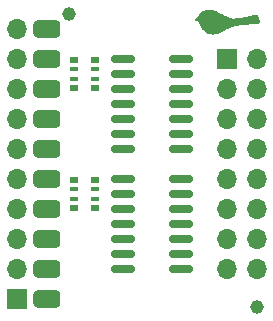
<source format=gbr>
%TF.GenerationSoftware,KiCad,Pcbnew,(6.0.9)*%
%TF.CreationDate,2022-12-02T16:15:21-08:00*%
%TF.ProjectId,Byte4066,42797465-3430-4363-962e-6b696361645f,rev?*%
%TF.SameCoordinates,Original*%
%TF.FileFunction,Soldermask,Top*%
%TF.FilePolarity,Negative*%
%FSLAX46Y46*%
G04 Gerber Fmt 4.6, Leading zero omitted, Abs format (unit mm)*
G04 Created by KiCad (PCBNEW (6.0.9)) date 2022-12-02 16:15:21*
%MOMM*%
%LPD*%
G01*
G04 APERTURE LIST*
G04 Aperture macros list*
%AMRoundRect*
0 Rectangle with rounded corners*
0 $1 Rounding radius*
0 $2 $3 $4 $5 $6 $7 $8 $9 X,Y pos of 4 corners*
0 Add a 4 corners polygon primitive as box body*
4,1,4,$2,$3,$4,$5,$6,$7,$8,$9,$2,$3,0*
0 Add four circle primitives for the rounded corners*
1,1,$1+$1,$2,$3*
1,1,$1+$1,$4,$5*
1,1,$1+$1,$6,$7*
1,1,$1+$1,$8,$9*
0 Add four rect primitives between the rounded corners*
20,1,$1+$1,$2,$3,$4,$5,0*
20,1,$1+$1,$4,$5,$6,$7,0*
20,1,$1+$1,$6,$7,$8,$9,0*
20,1,$1+$1,$8,$9,$2,$3,0*%
G04 Aperture macros list end*
%ADD10C,0.010000*%
%ADD11C,1.152000*%
%ADD12RoundRect,0.381000X0.762000X0.381000X-0.762000X0.381000X-0.762000X-0.381000X0.762000X-0.381000X0*%
%ADD13R,1.700000X1.700000*%
%ADD14O,1.700000X1.700000*%
%ADD15R,0.800000X0.500000*%
%ADD16R,0.800000X0.400000*%
%ADD17RoundRect,0.150000X-0.825000X-0.150000X0.825000X-0.150000X0.825000X0.150000X-0.825000X0.150000X0*%
G04 APERTURE END LIST*
%TO.C,G\u002A\u002A\u002A*%
G36*
X150919564Y-87252271D02*
G01*
X150945508Y-87253488D01*
X150970124Y-87255595D01*
X150994568Y-87258681D01*
X151019999Y-87262837D01*
X151037168Y-87266069D01*
X151062517Y-87271313D01*
X151086699Y-87276924D01*
X151110431Y-87283132D01*
X151134429Y-87290164D01*
X151159412Y-87298250D01*
X151186095Y-87307618D01*
X151215196Y-87318498D01*
X151247433Y-87331118D01*
X151271820Y-87340936D01*
X151304200Y-87354238D01*
X151337073Y-87368047D01*
X151370715Y-87382494D01*
X151405404Y-87397708D01*
X151441417Y-87413820D01*
X151479031Y-87430959D01*
X151518524Y-87449255D01*
X151560172Y-87468839D01*
X151604253Y-87489840D01*
X151651044Y-87512389D01*
X151700822Y-87536615D01*
X151753864Y-87562648D01*
X151810448Y-87590619D01*
X151870850Y-87620657D01*
X151910459Y-87640436D01*
X151966490Y-87668404D01*
X152018559Y-87694279D01*
X152066988Y-87718209D01*
X152112102Y-87740343D01*
X152154224Y-87760830D01*
X152193679Y-87779819D01*
X152230790Y-87797457D01*
X152265881Y-87813895D01*
X152299276Y-87829280D01*
X152331299Y-87843762D01*
X152362273Y-87857489D01*
X152392524Y-87870610D01*
X152422374Y-87883274D01*
X152452148Y-87895629D01*
X152482169Y-87907825D01*
X152512761Y-87920009D01*
X152544249Y-87932331D01*
X152556029Y-87936892D01*
X152572479Y-87943261D01*
X152587757Y-87949205D01*
X152601184Y-87954460D01*
X152612085Y-87958759D01*
X152619780Y-87961837D01*
X152623479Y-87963374D01*
X152630453Y-87966501D01*
X152612374Y-87988146D01*
X152583873Y-88019827D01*
X152551092Y-88051893D01*
X152514528Y-88083967D01*
X152474680Y-88115672D01*
X152432044Y-88146630D01*
X152387117Y-88176464D01*
X152340398Y-88204796D01*
X152292384Y-88231249D01*
X152291143Y-88231898D01*
X152228462Y-88262677D01*
X152161875Y-88291709D01*
X152092059Y-88318797D01*
X152019691Y-88343741D01*
X151945448Y-88366345D01*
X151870008Y-88386410D01*
X151794046Y-88403739D01*
X151718242Y-88418134D01*
X151643271Y-88429396D01*
X151596876Y-88434783D01*
X151583122Y-88435864D01*
X151565842Y-88436713D01*
X151545936Y-88437329D01*
X151524304Y-88437713D01*
X151501847Y-88437865D01*
X151479465Y-88437784D01*
X151458058Y-88437470D01*
X151438527Y-88436924D01*
X151421772Y-88436145D01*
X151408693Y-88435133D01*
X151405771Y-88434803D01*
X151357644Y-88427101D01*
X151313278Y-88416442D01*
X151272693Y-88402833D01*
X151235913Y-88386281D01*
X151202956Y-88366793D01*
X151190357Y-88357808D01*
X151162485Y-88334111D01*
X151138707Y-88307997D01*
X151118783Y-88279136D01*
X151102472Y-88247199D01*
X151094275Y-88226296D01*
X151087956Y-88206987D01*
X151083438Y-88189431D01*
X151080478Y-88172095D01*
X151078830Y-88153448D01*
X151078252Y-88131961D01*
X151078248Y-88125593D01*
X151078385Y-88086576D01*
X151062590Y-88084957D01*
X151046795Y-88083339D01*
X151029736Y-88094946D01*
X151012676Y-88106553D01*
X151011971Y-88129534D01*
X151013042Y-88161744D01*
X151017967Y-88195431D01*
X151026445Y-88229588D01*
X151038179Y-88263208D01*
X151052870Y-88295285D01*
X151069657Y-88323962D01*
X151094193Y-88356774D01*
X151122306Y-88386339D01*
X151153984Y-88412649D01*
X151189212Y-88435697D01*
X151227975Y-88455476D01*
X151270260Y-88471978D01*
X151316051Y-88485197D01*
X151365335Y-88495126D01*
X151418098Y-88501756D01*
X151424165Y-88502288D01*
X151443351Y-88503440D01*
X151466266Y-88504063D01*
X151491833Y-88504181D01*
X151518974Y-88503821D01*
X151546613Y-88503010D01*
X151573672Y-88501773D01*
X151599074Y-88500135D01*
X151621742Y-88498124D01*
X151628696Y-88497353D01*
X151705758Y-88486672D01*
X151783900Y-88472752D01*
X151862359Y-88455807D01*
X151940372Y-88436049D01*
X152017179Y-88413691D01*
X152092018Y-88388945D01*
X152164126Y-88362024D01*
X152232742Y-88333141D01*
X152257519Y-88321800D01*
X152317409Y-88292174D01*
X152374890Y-88260605D01*
X152429644Y-88227323D01*
X152481355Y-88192560D01*
X152529708Y-88156548D01*
X152574385Y-88119519D01*
X152615071Y-88081703D01*
X152651449Y-88043332D01*
X152673167Y-88017539D01*
X152683329Y-88005158D01*
X152690981Y-87996607D01*
X152696308Y-87991697D01*
X152699493Y-87990240D01*
X152699730Y-87990285D01*
X152709725Y-87992780D01*
X152723746Y-87995610D01*
X152741003Y-87998661D01*
X152760705Y-88001818D01*
X152782062Y-88004969D01*
X152804283Y-88007997D01*
X152826576Y-88010789D01*
X152848152Y-88013231D01*
X152868220Y-88015208D01*
X152877762Y-88016012D01*
X152898511Y-88017203D01*
X152921492Y-88017670D01*
X152947009Y-88017395D01*
X152975366Y-88016358D01*
X153006869Y-88014543D01*
X153041823Y-88011929D01*
X153080531Y-88008500D01*
X153123300Y-88004236D01*
X153170433Y-87999119D01*
X153184981Y-87997471D01*
X153252135Y-87989370D01*
X153323732Y-87979916D01*
X153399583Y-87969144D01*
X153479497Y-87957088D01*
X153563283Y-87943784D01*
X153650750Y-87929265D01*
X153741708Y-87913566D01*
X153835966Y-87896722D01*
X153933333Y-87878769D01*
X154033619Y-87859740D01*
X154136632Y-87839670D01*
X154242183Y-87818594D01*
X154350080Y-87796547D01*
X154460133Y-87773564D01*
X154572152Y-87749679D01*
X154685945Y-87724926D01*
X154705352Y-87720657D01*
X154726975Y-87715927D01*
X154747593Y-87711482D01*
X154766624Y-87707445D01*
X154783484Y-87703935D01*
X154797589Y-87701074D01*
X154808356Y-87698982D01*
X154815202Y-87697780D01*
X154816629Y-87697585D01*
X154835403Y-87697642D01*
X154855267Y-87701479D01*
X154874974Y-87708639D01*
X154893279Y-87718666D01*
X154908935Y-87731103D01*
X154909424Y-87731581D01*
X154916801Y-87740057D01*
X154925869Y-87752486D01*
X154936370Y-87768394D01*
X154948044Y-87787306D01*
X154960631Y-87808748D01*
X154973871Y-87832247D01*
X154987504Y-87857328D01*
X155001272Y-87883518D01*
X155014913Y-87910341D01*
X155028169Y-87937324D01*
X155040780Y-87963993D01*
X155052485Y-87989874D01*
X155058472Y-88003666D01*
X155077315Y-88050939D01*
X155092317Y-88095460D01*
X155103473Y-88137204D01*
X155110779Y-88176151D01*
X155114234Y-88212277D01*
X155113833Y-88245560D01*
X155109574Y-88275977D01*
X155101922Y-88302272D01*
X155095352Y-88316166D01*
X155086051Y-88331192D01*
X155075218Y-88345659D01*
X155064050Y-88357874D01*
X155059947Y-88361590D01*
X155049394Y-88369757D01*
X155037999Y-88376968D01*
X155025387Y-88383298D01*
X155011185Y-88388822D01*
X154995021Y-88393616D01*
X154976521Y-88397756D01*
X154955313Y-88401316D01*
X154931022Y-88404373D01*
X154903277Y-88407002D01*
X154871703Y-88409278D01*
X154835928Y-88411277D01*
X154808162Y-88412554D01*
X154794605Y-88413088D01*
X154776894Y-88413715D01*
X154755714Y-88414415D01*
X154731747Y-88415168D01*
X154705677Y-88415951D01*
X154678188Y-88416745D01*
X154649962Y-88417528D01*
X154621684Y-88418281D01*
X154607381Y-88418648D01*
X154534719Y-88420565D01*
X154466484Y-88422528D01*
X154402266Y-88424558D01*
X154341652Y-88426674D01*
X154284233Y-88428897D01*
X154229597Y-88431247D01*
X154177333Y-88433745D01*
X154127031Y-88436410D01*
X154078279Y-88439262D01*
X154030667Y-88442322D01*
X153983783Y-88445611D01*
X153937217Y-88449147D01*
X153890557Y-88452952D01*
X153865943Y-88455059D01*
X153761434Y-88464875D01*
X153660971Y-88475858D01*
X153563873Y-88488149D01*
X153469460Y-88501888D01*
X153377053Y-88517215D01*
X153285972Y-88534270D01*
X153195536Y-88553195D01*
X153105066Y-88574128D01*
X153013882Y-88597210D01*
X152921303Y-88622582D01*
X152826651Y-88650384D01*
X152729245Y-88680757D01*
X152655210Y-88704897D01*
X152616363Y-88717856D01*
X152580412Y-88730038D01*
X152546965Y-88741626D01*
X152515630Y-88752802D01*
X152486014Y-88763748D01*
X152457726Y-88774647D01*
X152430374Y-88785682D01*
X152403565Y-88797035D01*
X152376908Y-88808888D01*
X152350011Y-88821425D01*
X152322481Y-88834827D01*
X152293927Y-88849277D01*
X152263956Y-88864959D01*
X152232176Y-88882053D01*
X152198196Y-88900743D01*
X152161624Y-88921212D01*
X152122066Y-88943641D01*
X152079132Y-88968213D01*
X152034724Y-88993788D01*
X152000306Y-89013624D01*
X151969607Y-89031252D01*
X151942175Y-89046919D01*
X151917562Y-89060873D01*
X151895318Y-89073363D01*
X151874993Y-89084636D01*
X151856136Y-89094941D01*
X151838299Y-89104525D01*
X151821031Y-89113636D01*
X151803882Y-89122523D01*
X151786404Y-89131433D01*
X151771048Y-89139162D01*
X151726259Y-89161051D01*
X151684576Y-89180225D01*
X151645282Y-89196930D01*
X151607658Y-89211415D01*
X151570986Y-89223927D01*
X151534550Y-89234716D01*
X151497629Y-89244028D01*
X151459508Y-89252111D01*
X151426955Y-89257979D01*
X151386308Y-89264412D01*
X151348878Y-89269468D01*
X151313278Y-89273258D01*
X151278120Y-89275896D01*
X151242020Y-89277492D01*
X151203589Y-89278158D01*
X151177171Y-89278149D01*
X151158939Y-89278012D01*
X151141766Y-89277835D01*
X151126402Y-89277630D01*
X151113598Y-89277407D01*
X151104102Y-89277178D01*
X151098667Y-89276955D01*
X151098552Y-89276947D01*
X151036121Y-89270765D01*
X150974537Y-89261409D01*
X150914390Y-89249029D01*
X150856264Y-89233776D01*
X150800747Y-89215800D01*
X150748426Y-89195253D01*
X150708886Y-89176875D01*
X150650028Y-89144716D01*
X150592684Y-89108002D01*
X150536906Y-89066788D01*
X150482747Y-89021130D01*
X150430259Y-88971086D01*
X150379494Y-88916710D01*
X150330504Y-88858060D01*
X150283342Y-88795192D01*
X150238060Y-88728161D01*
X150194710Y-88657024D01*
X150153344Y-88581837D01*
X150150377Y-88576140D01*
X150125001Y-88524703D01*
X150101334Y-88471393D01*
X150079132Y-88415569D01*
X150058147Y-88356594D01*
X150038134Y-88293827D01*
X150026818Y-88255234D01*
X150021630Y-88237002D01*
X149853124Y-88169030D01*
X149826054Y-88158076D01*
X149800329Y-88147600D01*
X149776297Y-88137746D01*
X149754304Y-88128662D01*
X149734699Y-88120491D01*
X149717827Y-88113380D01*
X149704038Y-88107474D01*
X149693676Y-88102918D01*
X149687091Y-88099859D01*
X149684628Y-88098441D01*
X149684619Y-88098409D01*
X149686385Y-88096437D01*
X149691507Y-88091490D01*
X149699724Y-88083808D01*
X149710775Y-88073629D01*
X149724396Y-88061189D01*
X149740327Y-88046728D01*
X149758305Y-88030482D01*
X149778069Y-88012690D01*
X149799357Y-87993590D01*
X149821906Y-87973419D01*
X149839438Y-87957777D01*
X149994257Y-87819794D01*
X150004116Y-87792558D01*
X150023546Y-87744507D01*
X150046344Y-87698631D01*
X150072790Y-87654513D01*
X150103162Y-87611736D01*
X150137739Y-87569883D01*
X150176801Y-87528536D01*
X150188039Y-87517515D01*
X150234198Y-87476250D01*
X150283975Y-87438069D01*
X150337189Y-87403064D01*
X150393659Y-87371324D01*
X150453203Y-87342941D01*
X150515639Y-87318004D01*
X150580785Y-87296605D01*
X150648460Y-87278835D01*
X150680057Y-87271972D01*
X150710501Y-87266050D01*
X150737739Y-87261407D01*
X150763186Y-87257888D01*
X150788256Y-87255335D01*
X150814364Y-87253592D01*
X150842925Y-87252501D01*
X150859067Y-87252143D01*
X150891136Y-87251853D01*
X150919564Y-87252271D01*
G37*
D10*
X150919564Y-87252271D02*
X150945508Y-87253488D01*
X150970124Y-87255595D01*
X150994568Y-87258681D01*
X151019999Y-87262837D01*
X151037168Y-87266069D01*
X151062517Y-87271313D01*
X151086699Y-87276924D01*
X151110431Y-87283132D01*
X151134429Y-87290164D01*
X151159412Y-87298250D01*
X151186095Y-87307618D01*
X151215196Y-87318498D01*
X151247433Y-87331118D01*
X151271820Y-87340936D01*
X151304200Y-87354238D01*
X151337073Y-87368047D01*
X151370715Y-87382494D01*
X151405404Y-87397708D01*
X151441417Y-87413820D01*
X151479031Y-87430959D01*
X151518524Y-87449255D01*
X151560172Y-87468839D01*
X151604253Y-87489840D01*
X151651044Y-87512389D01*
X151700822Y-87536615D01*
X151753864Y-87562648D01*
X151810448Y-87590619D01*
X151870850Y-87620657D01*
X151910459Y-87640436D01*
X151966490Y-87668404D01*
X152018559Y-87694279D01*
X152066988Y-87718209D01*
X152112102Y-87740343D01*
X152154224Y-87760830D01*
X152193679Y-87779819D01*
X152230790Y-87797457D01*
X152265881Y-87813895D01*
X152299276Y-87829280D01*
X152331299Y-87843762D01*
X152362273Y-87857489D01*
X152392524Y-87870610D01*
X152422374Y-87883274D01*
X152452148Y-87895629D01*
X152482169Y-87907825D01*
X152512761Y-87920009D01*
X152544249Y-87932331D01*
X152556029Y-87936892D01*
X152572479Y-87943261D01*
X152587757Y-87949205D01*
X152601184Y-87954460D01*
X152612085Y-87958759D01*
X152619780Y-87961837D01*
X152623479Y-87963374D01*
X152630453Y-87966501D01*
X152612374Y-87988146D01*
X152583873Y-88019827D01*
X152551092Y-88051893D01*
X152514528Y-88083967D01*
X152474680Y-88115672D01*
X152432044Y-88146630D01*
X152387117Y-88176464D01*
X152340398Y-88204796D01*
X152292384Y-88231249D01*
X152291143Y-88231898D01*
X152228462Y-88262677D01*
X152161875Y-88291709D01*
X152092059Y-88318797D01*
X152019691Y-88343741D01*
X151945448Y-88366345D01*
X151870008Y-88386410D01*
X151794046Y-88403739D01*
X151718242Y-88418134D01*
X151643271Y-88429396D01*
X151596876Y-88434783D01*
X151583122Y-88435864D01*
X151565842Y-88436713D01*
X151545936Y-88437329D01*
X151524304Y-88437713D01*
X151501847Y-88437865D01*
X151479465Y-88437784D01*
X151458058Y-88437470D01*
X151438527Y-88436924D01*
X151421772Y-88436145D01*
X151408693Y-88435133D01*
X151405771Y-88434803D01*
X151357644Y-88427101D01*
X151313278Y-88416442D01*
X151272693Y-88402833D01*
X151235913Y-88386281D01*
X151202956Y-88366793D01*
X151190357Y-88357808D01*
X151162485Y-88334111D01*
X151138707Y-88307997D01*
X151118783Y-88279136D01*
X151102472Y-88247199D01*
X151094275Y-88226296D01*
X151087956Y-88206987D01*
X151083438Y-88189431D01*
X151080478Y-88172095D01*
X151078830Y-88153448D01*
X151078252Y-88131961D01*
X151078248Y-88125593D01*
X151078385Y-88086576D01*
X151062590Y-88084957D01*
X151046795Y-88083339D01*
X151029736Y-88094946D01*
X151012676Y-88106553D01*
X151011971Y-88129534D01*
X151013042Y-88161744D01*
X151017967Y-88195431D01*
X151026445Y-88229588D01*
X151038179Y-88263208D01*
X151052870Y-88295285D01*
X151069657Y-88323962D01*
X151094193Y-88356774D01*
X151122306Y-88386339D01*
X151153984Y-88412649D01*
X151189212Y-88435697D01*
X151227975Y-88455476D01*
X151270260Y-88471978D01*
X151316051Y-88485197D01*
X151365335Y-88495126D01*
X151418098Y-88501756D01*
X151424165Y-88502288D01*
X151443351Y-88503440D01*
X151466266Y-88504063D01*
X151491833Y-88504181D01*
X151518974Y-88503821D01*
X151546613Y-88503010D01*
X151573672Y-88501773D01*
X151599074Y-88500135D01*
X151621742Y-88498124D01*
X151628696Y-88497353D01*
X151705758Y-88486672D01*
X151783900Y-88472752D01*
X151862359Y-88455807D01*
X151940372Y-88436049D01*
X152017179Y-88413691D01*
X152092018Y-88388945D01*
X152164126Y-88362024D01*
X152232742Y-88333141D01*
X152257519Y-88321800D01*
X152317409Y-88292174D01*
X152374890Y-88260605D01*
X152429644Y-88227323D01*
X152481355Y-88192560D01*
X152529708Y-88156548D01*
X152574385Y-88119519D01*
X152615071Y-88081703D01*
X152651449Y-88043332D01*
X152673167Y-88017539D01*
X152683329Y-88005158D01*
X152690981Y-87996607D01*
X152696308Y-87991697D01*
X152699493Y-87990240D01*
X152699730Y-87990285D01*
X152709725Y-87992780D01*
X152723746Y-87995610D01*
X152741003Y-87998661D01*
X152760705Y-88001818D01*
X152782062Y-88004969D01*
X152804283Y-88007997D01*
X152826576Y-88010789D01*
X152848152Y-88013231D01*
X152868220Y-88015208D01*
X152877762Y-88016012D01*
X152898511Y-88017203D01*
X152921492Y-88017670D01*
X152947009Y-88017395D01*
X152975366Y-88016358D01*
X153006869Y-88014543D01*
X153041823Y-88011929D01*
X153080531Y-88008500D01*
X153123300Y-88004236D01*
X153170433Y-87999119D01*
X153184981Y-87997471D01*
X153252135Y-87989370D01*
X153323732Y-87979916D01*
X153399583Y-87969144D01*
X153479497Y-87957088D01*
X153563283Y-87943784D01*
X153650750Y-87929265D01*
X153741708Y-87913566D01*
X153835966Y-87896722D01*
X153933333Y-87878769D01*
X154033619Y-87859740D01*
X154136632Y-87839670D01*
X154242183Y-87818594D01*
X154350080Y-87796547D01*
X154460133Y-87773564D01*
X154572152Y-87749679D01*
X154685945Y-87724926D01*
X154705352Y-87720657D01*
X154726975Y-87715927D01*
X154747593Y-87711482D01*
X154766624Y-87707445D01*
X154783484Y-87703935D01*
X154797589Y-87701074D01*
X154808356Y-87698982D01*
X154815202Y-87697780D01*
X154816629Y-87697585D01*
X154835403Y-87697642D01*
X154855267Y-87701479D01*
X154874974Y-87708639D01*
X154893279Y-87718666D01*
X154908935Y-87731103D01*
X154909424Y-87731581D01*
X154916801Y-87740057D01*
X154925869Y-87752486D01*
X154936370Y-87768394D01*
X154948044Y-87787306D01*
X154960631Y-87808748D01*
X154973871Y-87832247D01*
X154987504Y-87857328D01*
X155001272Y-87883518D01*
X155014913Y-87910341D01*
X155028169Y-87937324D01*
X155040780Y-87963993D01*
X155052485Y-87989874D01*
X155058472Y-88003666D01*
X155077315Y-88050939D01*
X155092317Y-88095460D01*
X155103473Y-88137204D01*
X155110779Y-88176151D01*
X155114234Y-88212277D01*
X155113833Y-88245560D01*
X155109574Y-88275977D01*
X155101922Y-88302272D01*
X155095352Y-88316166D01*
X155086051Y-88331192D01*
X155075218Y-88345659D01*
X155064050Y-88357874D01*
X155059947Y-88361590D01*
X155049394Y-88369757D01*
X155037999Y-88376968D01*
X155025387Y-88383298D01*
X155011185Y-88388822D01*
X154995021Y-88393616D01*
X154976521Y-88397756D01*
X154955313Y-88401316D01*
X154931022Y-88404373D01*
X154903277Y-88407002D01*
X154871703Y-88409278D01*
X154835928Y-88411277D01*
X154808162Y-88412554D01*
X154794605Y-88413088D01*
X154776894Y-88413715D01*
X154755714Y-88414415D01*
X154731747Y-88415168D01*
X154705677Y-88415951D01*
X154678188Y-88416745D01*
X154649962Y-88417528D01*
X154621684Y-88418281D01*
X154607381Y-88418648D01*
X154534719Y-88420565D01*
X154466484Y-88422528D01*
X154402266Y-88424558D01*
X154341652Y-88426674D01*
X154284233Y-88428897D01*
X154229597Y-88431247D01*
X154177333Y-88433745D01*
X154127031Y-88436410D01*
X154078279Y-88439262D01*
X154030667Y-88442322D01*
X153983783Y-88445611D01*
X153937217Y-88449147D01*
X153890557Y-88452952D01*
X153865943Y-88455059D01*
X153761434Y-88464875D01*
X153660971Y-88475858D01*
X153563873Y-88488149D01*
X153469460Y-88501888D01*
X153377053Y-88517215D01*
X153285972Y-88534270D01*
X153195536Y-88553195D01*
X153105066Y-88574128D01*
X153013882Y-88597210D01*
X152921303Y-88622582D01*
X152826651Y-88650384D01*
X152729245Y-88680757D01*
X152655210Y-88704897D01*
X152616363Y-88717856D01*
X152580412Y-88730038D01*
X152546965Y-88741626D01*
X152515630Y-88752802D01*
X152486014Y-88763748D01*
X152457726Y-88774647D01*
X152430374Y-88785682D01*
X152403565Y-88797035D01*
X152376908Y-88808888D01*
X152350011Y-88821425D01*
X152322481Y-88834827D01*
X152293927Y-88849277D01*
X152263956Y-88864959D01*
X152232176Y-88882053D01*
X152198196Y-88900743D01*
X152161624Y-88921212D01*
X152122066Y-88943641D01*
X152079132Y-88968213D01*
X152034724Y-88993788D01*
X152000306Y-89013624D01*
X151969607Y-89031252D01*
X151942175Y-89046919D01*
X151917562Y-89060873D01*
X151895318Y-89073363D01*
X151874993Y-89084636D01*
X151856136Y-89094941D01*
X151838299Y-89104525D01*
X151821031Y-89113636D01*
X151803882Y-89122523D01*
X151786404Y-89131433D01*
X151771048Y-89139162D01*
X151726259Y-89161051D01*
X151684576Y-89180225D01*
X151645282Y-89196930D01*
X151607658Y-89211415D01*
X151570986Y-89223927D01*
X151534550Y-89234716D01*
X151497629Y-89244028D01*
X151459508Y-89252111D01*
X151426955Y-89257979D01*
X151386308Y-89264412D01*
X151348878Y-89269468D01*
X151313278Y-89273258D01*
X151278120Y-89275896D01*
X151242020Y-89277492D01*
X151203589Y-89278158D01*
X151177171Y-89278149D01*
X151158939Y-89278012D01*
X151141766Y-89277835D01*
X151126402Y-89277630D01*
X151113598Y-89277407D01*
X151104102Y-89277178D01*
X151098667Y-89276955D01*
X151098552Y-89276947D01*
X151036121Y-89270765D01*
X150974537Y-89261409D01*
X150914390Y-89249029D01*
X150856264Y-89233776D01*
X150800747Y-89215800D01*
X150748426Y-89195253D01*
X150708886Y-89176875D01*
X150650028Y-89144716D01*
X150592684Y-89108002D01*
X150536906Y-89066788D01*
X150482747Y-89021130D01*
X150430259Y-88971086D01*
X150379494Y-88916710D01*
X150330504Y-88858060D01*
X150283342Y-88795192D01*
X150238060Y-88728161D01*
X150194710Y-88657024D01*
X150153344Y-88581837D01*
X150150377Y-88576140D01*
X150125001Y-88524703D01*
X150101334Y-88471393D01*
X150079132Y-88415569D01*
X150058147Y-88356594D01*
X150038134Y-88293827D01*
X150026818Y-88255234D01*
X150021630Y-88237002D01*
X149853124Y-88169030D01*
X149826054Y-88158076D01*
X149800329Y-88147600D01*
X149776297Y-88137746D01*
X149754304Y-88128662D01*
X149734699Y-88120491D01*
X149717827Y-88113380D01*
X149704038Y-88107474D01*
X149693676Y-88102918D01*
X149687091Y-88099859D01*
X149684628Y-88098441D01*
X149684619Y-88098409D01*
X149686385Y-88096437D01*
X149691507Y-88091490D01*
X149699724Y-88083808D01*
X149710775Y-88073629D01*
X149724396Y-88061189D01*
X149740327Y-88046728D01*
X149758305Y-88030482D01*
X149778069Y-88012690D01*
X149799357Y-87993590D01*
X149821906Y-87973419D01*
X149839438Y-87957777D01*
X149994257Y-87819794D01*
X150004116Y-87792558D01*
X150023546Y-87744507D01*
X150046344Y-87698631D01*
X150072790Y-87654513D01*
X150103162Y-87611736D01*
X150137739Y-87569883D01*
X150176801Y-87528536D01*
X150188039Y-87517515D01*
X150234198Y-87476250D01*
X150283975Y-87438069D01*
X150337189Y-87403064D01*
X150393659Y-87371324D01*
X150453203Y-87342941D01*
X150515639Y-87318004D01*
X150580785Y-87296605D01*
X150648460Y-87278835D01*
X150680057Y-87271972D01*
X150710501Y-87266050D01*
X150737739Y-87261407D01*
X150763186Y-87257888D01*
X150788256Y-87255335D01*
X150814364Y-87253592D01*
X150842925Y-87252501D01*
X150859067Y-87252143D01*
X150891136Y-87251853D01*
X150919564Y-87252271D01*
%TD*%
D11*
%TO.C,REF\u002A\u002A*%
X154940000Y-112395000D03*
%TD*%
%TO.C,REF\u002A\u002A*%
X139065000Y-87630000D03*
%TD*%
D12*
%TO.C,J3*%
X137160000Y-111760000D03*
X137160000Y-109220000D03*
X137160000Y-106680000D03*
X137160000Y-104140000D03*
X137160000Y-101600000D03*
X137160000Y-99060000D03*
X137160000Y-96520000D03*
X137160000Y-93980000D03*
X137160000Y-91440000D03*
X137160000Y-88900000D03*
%TD*%
D13*
%TO.C,J2*%
X152400000Y-91440000D03*
D14*
X154940000Y-91440000D03*
X152400000Y-93980000D03*
X154940000Y-93980000D03*
X152400000Y-96520000D03*
X154940000Y-96520000D03*
X152400000Y-99060000D03*
X154940000Y-99060000D03*
X152400000Y-101600000D03*
X154940000Y-101600000D03*
X152400000Y-104140000D03*
X154940000Y-104140000D03*
X152400000Y-106680000D03*
X154940000Y-106680000D03*
X152400000Y-109220000D03*
X154940000Y-109220000D03*
%TD*%
D15*
%TO.C,RN2*%
X141235000Y-93910000D03*
D16*
X141235000Y-93110000D03*
X141235000Y-92310000D03*
D15*
X141235000Y-91510000D03*
X139435000Y-91510000D03*
D16*
X139435000Y-92310000D03*
X139435000Y-93110000D03*
D15*
X139435000Y-93910000D03*
%TD*%
%TO.C,RN1*%
X141235000Y-104070000D03*
D16*
X141235000Y-103270000D03*
X141235000Y-102470000D03*
D15*
X141235000Y-101670000D03*
X139435000Y-101670000D03*
D16*
X139435000Y-102470000D03*
X139435000Y-103270000D03*
D15*
X139435000Y-104070000D03*
%TD*%
D17*
%TO.C,U1*%
X143575000Y-91440000D03*
X143575000Y-92710000D03*
X143575000Y-93980000D03*
X143575000Y-95250000D03*
X143575000Y-96520000D03*
X143575000Y-97790000D03*
X143575000Y-99060000D03*
X148525000Y-99060000D03*
X148525000Y-97790000D03*
X148525000Y-96520000D03*
X148525000Y-95250000D03*
X148525000Y-93980000D03*
X148525000Y-92710000D03*
X148525000Y-91440000D03*
%TD*%
D13*
%TO.C,J1*%
X134595000Y-111760000D03*
D14*
X134595000Y-109220000D03*
X134595000Y-106680000D03*
X134595000Y-104140000D03*
X134595000Y-101600000D03*
X134595000Y-99060000D03*
X134595000Y-96520000D03*
X134595000Y-93980000D03*
X134595000Y-91440000D03*
X134595000Y-88900000D03*
%TD*%
D17*
%TO.C,U2*%
X143575000Y-101600000D03*
X143575000Y-102870000D03*
X143575000Y-104140000D03*
X143575000Y-105410000D03*
X143575000Y-106680000D03*
X143575000Y-107950000D03*
X143575000Y-109220000D03*
X148525000Y-109220000D03*
X148525000Y-107950000D03*
X148525000Y-106680000D03*
X148525000Y-105410000D03*
X148525000Y-104140000D03*
X148525000Y-102870000D03*
X148525000Y-101600000D03*
%TD*%
M02*

</source>
